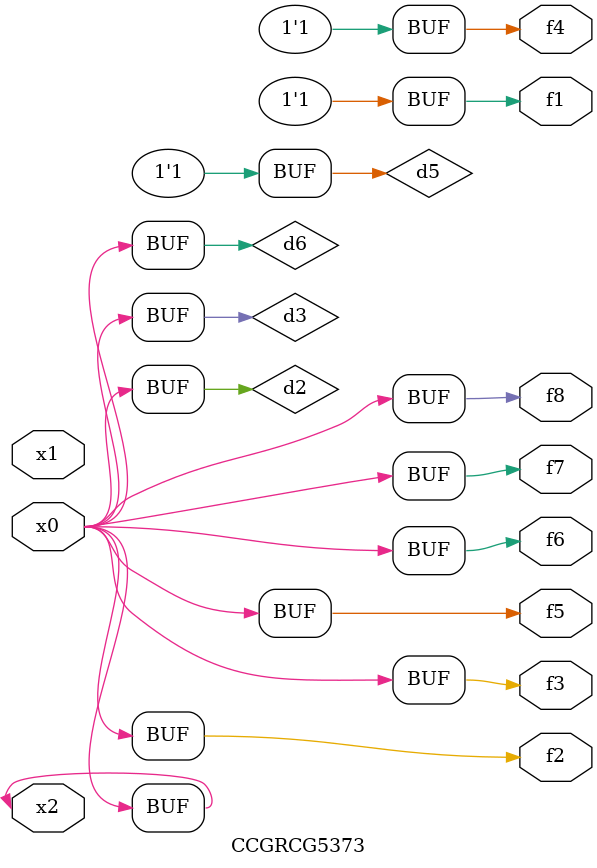
<source format=v>
module CCGRCG5373(
	input x0, x1, x2,
	output f1, f2, f3, f4, f5, f6, f7, f8
);

	wire d1, d2, d3, d4, d5, d6;

	xnor (d1, x2);
	buf (d2, x0, x2);
	and (d3, x0);
	xnor (d4, x1, x2);
	nand (d5, d1, d3);
	buf (d6, d2, d3);
	assign f1 = d5;
	assign f2 = d6;
	assign f3 = d6;
	assign f4 = d5;
	assign f5 = d6;
	assign f6 = d6;
	assign f7 = d6;
	assign f8 = d6;
endmodule

</source>
